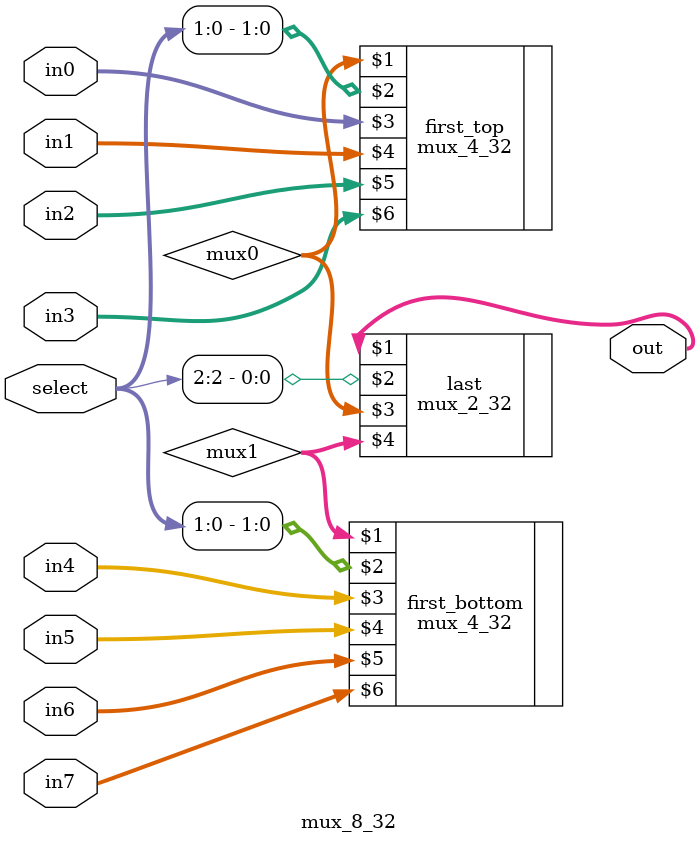
<source format=v>
module mux_8_32(out, select, in0, in1, in2, in3, in4, in5, in6, in7);
    input [2:0] select;
    input [31:0] in0, in1, in2, in3, in4, in5, in6, in7;
    output [31:0] out;
    wire [31:0] mux0, mux1;

    mux_4_32 first_top(mux0, select[1:0], in0, in1, in2, in3);
    mux_4_32 first_bottom(mux1, select[1:0], in4, in5, in6, in7);
    
    mux_2_32 last(out, select[2], mux0, mux1);
endmodule
</source>
